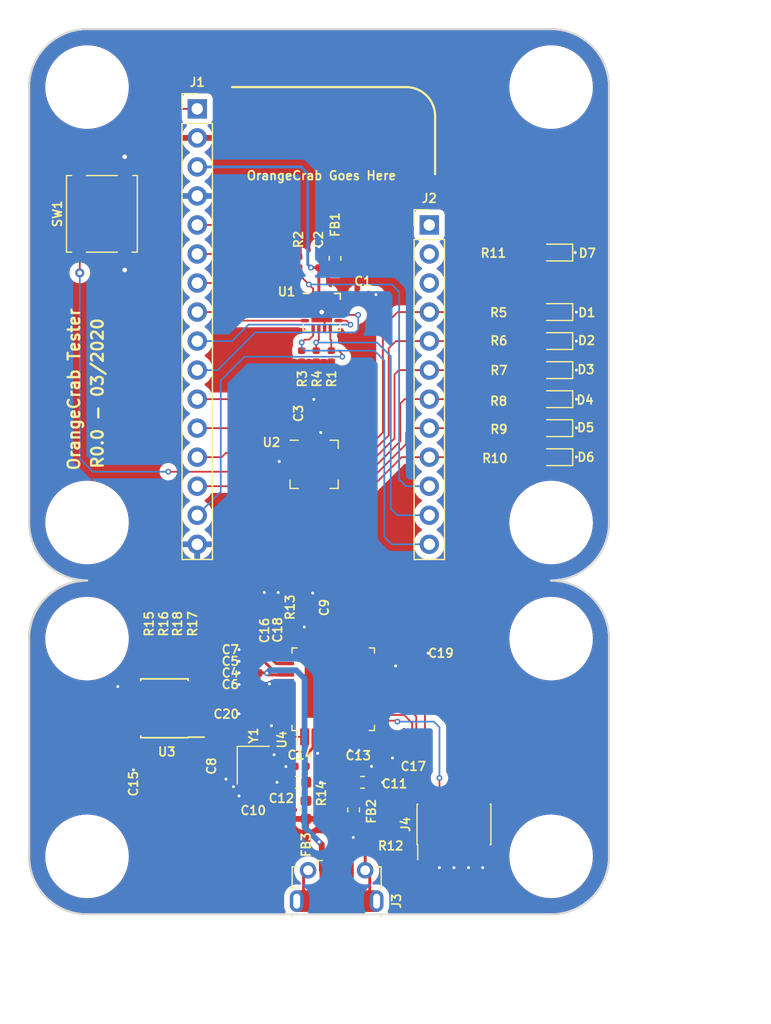
<source format=kicad_pcb>
(kicad_pcb (version 20221018) (generator pcbnew)
  (layers (0 "F.Cu" signal) (31 "B.Cu" signal) (34 "B.Paste" user) (35 "F.Paste" user) (36 "B.SilkS" user "B.Silkscreen") (37 "F.SilkS" user "F.Silkscreen") (38 "B.Mask" user) (39 "F.Mask" user) (44 "Edge.Cuts" user))
  (net 0 "")
  (net 1 "/IO_6")
  (net 2 "Net-(D6-Pad2)")
  (net 3 "Net-(D7-Pad2)")
  (net 4 "+3V3")
  (net 5 "/~{LDAC_IO0}")
  (net 6 "/~{CLR_IO5}")
  (net 7 "/SDA")
  (net 8 "/SCL")
  (net 9 "/IO_13")
  (net 10 "Net-(D1-Pad2)")
  (net 11 "Net-(D2-Pad2)")
  (net 12 "/IO_12")
  (net 13 "/IO_11")
  (net 14 "Net-(D3-Pad2)")
  (net 15 "Net-(D4-Pad2)")
  (net 16 "/IO_10")
  (net 17 "/IO_9")
  (net 18 "Net-(D5-Pad2)")
  (net 19 "/SPI_MISO")
  (net 20 "GND")
  (net 21 "/RESET")
  (net 22 "/SPI_nCS")
  (net 23 "Net-(U2-Pad6)")
  (net 24 "Net-(U2-Pad7)")
  (net 25 "Net-(U2-Pad8)")
  (net 26 "Net-(U2-Pad15)")
  (net 27 "Net-(U2-Pad16)")
  (net 28 "/SPI_SCK")
  (net 29 "/SPI_MOSI")
  (net 30 "/A0")
  (net 31 "/A1")
  (net 32 "/A2")
  (net 33 "/A3")
  (net 34 "/A4")
  (net 35 "/A5")
  (net 36 "Net-(U1-Pad11)")
  (net 37 "Net-(U1-Pad12)")
  (net 38 "/AREF")
  (net 39 "/VBAT")
  (net 40 "/EN")
  (net 41 "/VBUS")
  (net 42 "/EEDATA")
  (net 43 "Net-(R17-Pad1)")
  (net 44 "Net-(J3-Pad6)")
  (net 45 "/EECLK")
  (net 46 "/EECS")
  (net 47 "Net-(R14-Pad2)")
  (net 48 "Net-(C9-Pad1)")
  (net 49 "Net-(U3-Pad6)")
  (net 50 "Net-(U3-Pad7)")
  (net 51 "Net-(C8-Pad1)")
  (net 52 "Net-(C10-Pad1)")
  (net 53 "Net-(C12-Pad1)")
  (net 54 "/USB_D-")
  (net 55 "/USB_D+")
  (net 56 "Net-(C11-Pad1)")
  (net 57 "Net-(U4-Pad17)")
  (net 58 "Net-(U4-Pad19)")
  (net 59 "Net-(U4-Pad20)")
  (net 60 "Net-(U4-Pad21)")
  (net 61 "Net-(U4-Pad25)")
  (net 62 "Net-(U4-Pad26)")
  (net 63 "Net-(U4-Pad27)")
  (net 64 "Net-(U4-Pad28)")
  (net 65 "Net-(U4-Pad29)")
  (net 66 "Net-(U4-Pad30)")
  (net 67 "Net-(U4-Pad31)")
  (net 68 "Net-(U4-Pad32)")
  (net 69 "Net-(U4-Pad33)")
  (net 70 "/VCCA")
  (net 71 "/VCORE")
  (net 72 "+5V")
  (net 73 "Net-(J3-Pad4)")
  (net 74 "/JTAG_TMS")
  (net 75 "/JTAG_TCK")
  (net 76 "/JTAG_TDO")
  (net 77 "/JTAG_TDI")
  (net 78 "/~{FPGA_RST}")
  (net 79 "+3.3VA")
  (net 80 "Net-(C15-Pad1)")
  (net 81 "Net-(J4-Pad1)")
  (footprint "Resistor_SMD:R_0402_1005Metric" (layer "F.Cu") (at 139.804 65.405)
    (fp_text reference "R10")
    (fp_text value "4.7K")
  )
  (footprint "Resistor_SMD:R_0402_1005Metric" (layer "F.Cu") (at 139.804 47.498)
    (fp_text reference "R11")
    (fp_text value "4.7K")
  )
  (footprint "Resistor_SMD:R_0402_1005Metric" (layer "F.Cu") (at 122.9868 56.5682 90)
    (fp_text reference "R1")
    (fp_text value "4.7K")
  )
  (footprint "Resistor_SMD:R_0402_1005Metric" (layer "F.Cu") (at 120.142 48.3362 -90)
    (fp_text reference "R2")
    (fp_text value "4.7K")
  )
  (footprint "Resistor_SMD:R_0402_1005Metric" (layer "F.Cu") (at 120.396 56.5682 90)
    (fp_text reference "R3")
    (fp_text value "4.7K")
  )
  (footprint "Resistor_SMD:R_0402_1005Metric" (layer "F.Cu") (at 121.666 56.5682 90)
    (fp_text reference "R4")
    (fp_text value "4.7K")
  )
  (footprint "Resistor_SMD:R_0402_1005Metric" (layer "F.Cu") (at 139.804 52.705)
    (fp_text reference "R5")
    (fp_text value "4.7K")
  )
  (footprint "Resistor_SMD:R_0402_1005Metric" (layer "F.Cu") (at 139.804 55.245)
    (fp_text reference "R6")
    (fp_text value "4.7K")
  )
  (footprint "Resistor_SMD:R_0402_1005Metric" (layer "F.Cu") (at 139.804 57.785)
    (fp_text reference "R7")
    (fp_text value "4.7K")
  )
  (footprint "Resistor_SMD:R_0402_1005Metric" (layer "F.Cu") (at 139.804 60.325)
    (fp_text reference "R8")
    (fp_text value "4.7K")
  )
  (footprint "Resistor_SMD:R_0402_1005Metric" (layer "F.Cu") (at 139.804 62.865)
    (fp_text reference "R9")
    (fp_text value "4.7K")
  )
  (footprint "Package_DFN_QFN:QFN-20-1EP_4x4mm_P0.5mm_EP2.5x2.5mm" (layer "F.Cu") (at 121.487 66.03)
    (fp_text reference "U2")
    (fp_text value "MCP23S08T-E-ML")
  )
  (footprint "Package_DFN_QFN:QFN-16-1EP_3x3mm_P0.5mm_EP1.8x1.8mm" (layer "F.Cu") (at 122.152 52.705)
    (fp_text reference "U1")
    (fp_text value "DAC53608RTET")
  )
  (footprint "LED_SMD:LED_0603_1608Metric" (layer "F.Cu") (at 142.6465 47.498 180)
    (fp_text reference "D7")
    (fp_text value "GRN")
  )
  (footprint "LED_SMD:LED_0603_1608Metric" (layer "F.Cu") (at 142.6465 52.705 180)
    (fp_text reference "D1")
    (fp_text value "GRN")
  )
  (footprint "LED_SMD:LED_0603_1608Metric" (layer "F.Cu") (at 142.6465 55.245 180)
    (fp_text reference "D2")
    (fp_text value "GRN")
  )
  (footprint "LED_SMD:LED_0603_1608Metric" (layer "F.Cu") (at 142.6465 57.785 180)
    (fp_text reference "D3")
    (fp_text value "GRN")
  )
  (footprint "LED_SMD:LED_0603_1608Metric" (layer "F.Cu") (at 142.6465 60.325 180)
    (fp_text reference "D4")
    (fp_text value "GRN")
  )
  (footprint "LED_SMD:LED_0603_1608Metric" (layer "F.Cu") (at 142.6465 62.865 180)
    (fp_text reference "D5")
    (fp_text value "GRN")
  )
  (footprint "LED_SMD:LED_0603_1608Metric" (layer "F.Cu") (at 142.6465 65.405 180)
    (fp_text reference "D6")
    (fp_text value "GRN")
  )
  (footprint "Inductor_SMD:L_0603_1608Metric" (layer "F.Cu") (at 123.317 48.006 90)
    (fp_text reference "FB1")
    (fp_text value "Ferrite_Bead_Small")
  )
  (footprint "Connector_PinHeader_2.54mm:PinHeader_1x16_P2.54mm_Vertical" (layer "F.Cu") (at 111.252 34.925)
    (fp_text reference "J1")
    (fp_text value "Conn_01x16")
  )
  (footprint "Capacitor_SMD:C_0402_1005Metric" (layer "F.Cu") (at 125.7554 51.181)
    (fp_text reference "C1")
    (fp_text value ".1uF")
  )
  (footprint "Button_Switch_SMD:SW_SPST_EVQP0" (layer "F.Cu") (at 102.902 44.11 90)
    (fp_text reference "SW1")
    (fp_text value "SW_Push")
  )
  (footprint "Connector_PinHeader_2.54mm:PinHeader_1x12_P2.54mm_Vertical" (layer "F.Cu") (at 131.572 45.085)
    (fp_text reference "J2")
    (fp_text value "Conn_01x12")
  )
  (footprint "MountingHole:MountingHole_3.5mm" (layer "F.Cu") (at 142.24 71.12)
    (fp_text reference "H5" hide)
    (fp_text value "MountingHole")
  )
  (footprint "MountingHole:MountingHole_3.5mm" (layer "F.Cu") (at 101.6 71.12)
    (fp_text reference "H6" hide)
    (fp_text value "MountingHole")
  )
  (footprint "MountingHole:MountingHole_3.5mm" (layer "F.Cu") (at 142.24 81.28)
    (fp_text reference "H7" hide)
    (fp_text value "MountingHole")
  )
  (footprint "MountingHole:MountingHole_3.5mm" (layer "F.Cu") (at 101.6 81.28)
    (fp_text reference "H8" hide)
    (fp_text value "MountingHole")
  )
  (footprint "Capacitor_SMD:C_0402_1005Metric" (layer "F.Cu") (at 121.4628 61.5696 90)
    (fp_text reference "C3")
    (fp_text value ".1uF")
  )
  (footprint "Capacitor_SMD:C_0402_1005Metric" (layer "F.Cu") (at 116.182 87.884 180)
    (fp_text reference "C20")
    (fp_text value ".1uF")
  )
  (footprint "Capacitor_SMD:C_0402_1005Metric" (layer "F.Cu") (at 121.92 48.3338 90)
    (fp_text reference "C2")
    (fp_text value ".1uF")
  )
  (footprint "Capacitor_SMD:C_0402_1005Metric" (layer "F.Cu") (at 105.664 91.44 -90)
    (fp_text reference "C15")
    (fp_text value ".1uF")
  )
  (footprint "Capacitor_SMD:C_0402_1005Metric" (layer "F.Cu") (at 118.3386 78.4606 90)
    (fp_text reference "C18")
    (fp_text value ".1uF")
  )
  (footprint "MountingHole:MountingHole_3.5mm" (layer "F.Cu") (at 101.6 33.02)
    (fp_text reference "H1" hide)
    (fp_text value "MountingHole")
  )
  (footprint "MountingHole:MountingHole_3.5mm" (layer "F.Cu") (at 142.24 33.02)
    (fp_text reference "H2" hide)
    (fp_text value "MountingHole")
  )
  (footprint "MountingHole:MountingHole_3.5mm" (layer "F.Cu") (at 101.6 100.33)
    (fp_text reference "H3" hide)
    (fp_text value "MountingHole")
  )
  (footprint "MountingHole:MountingHole_3.5mm" (layer "F.Cu") (at 142.24 100.33)
    (fp_text reference "H4" hide)
    (fp_text value "MountingHole")
  )
  (footprint "Resistor_SMD:R_0402_1005Metric" (layer "F.Cu") (at 109.5502 82.527 90)
    (fp_text reference "R18")
    (fp_text value "4.7K")
  )
  (footprint "Resistor_SMD:R_0402_1005Metric" (layer "F.Cu") (at 110.871 82.527 90)
    (fp_text reference "R17")
    (fp_text value "2.2K")
  )
  (footprint "Resistor_SMD:R_0402_1005Metric" (layer "F.Cu") (at 125.3998 99.4156 180)
    (fp_text reference "R12")
    (fp_text value "1M")
  )
  (footprint "Resistor_SMD:R_0402_1005Metric" (layer "F.Cu") (at 108.331 82.527 90)
    (fp_text reference "R16")
    (fp_text value "4.7K")
  )
  (footprint "Resistor_SMD:R_0402_1005Metric" (layer "F.Cu") (at 107.061 82.527 90)
    (fp_text reference "R15")
    (fp_text value "4.7K")
  )
  (footprint "Resistor_SMD:R_0402_1005Metric" (layer "F.Cu") (at 122.047 92.6592 90)
    (fp_text reference "R14")
    (fp_text value "12K")
  )
  (footprint "Resistor_SMD:R_0402_1005Metric" (layer "F.Cu") (at 120.2944 78.5114 90)
    (fp_text reference "R13")
    (fp_text value "4.7K")
  )
  (footprint "Package_SO:SOIC-8_3.9x4.9mm_P1.27mm" (layer "F.Cu") (at 108.3818 87.376 180)
    (fp_text reference "U3")
    (fp_text value "93C46B/SN ")
  )
  (footprint "Package_QFP:TQFP-48-1EP_7x7mm_P0.5mm_EP5x5mm" (layer "F.Cu") (at 123.158001 85.706199 90)
    (fp_text reference "U4")
    (fp_text value "FT232HL-REEL")
  )
  (footprint "Inductor_SMD:L_0603_1608Metric" (layer "F.Cu") (at 120.777 96.266 -90)
    (fp_text reference "FB3")
    (fp_text value "Ferrite_Bead_Small")
  )
  (footprint "Inductor_SMD:L_0603_1608Metric" (layer "F.Cu") (at 124.9426 96.266 -90)
    (fp_text reference "FB2")
    (fp_text value "Ferrite_Bead_Small")
  )
  (footprint "Crystal:Crystal_SMD_2520-4Pin_2.5x2.0mm" (layer "F.Cu") (at 116.1542 92.3544 -90)
    (fp_text reference "Y1")
    (fp_text value "12MHz")
  )
  (footprint "Connector_USB:USB_Micro-B_Molex-105017-0001" (layer "F.Cu") (at 123.4586 103.0117)
    (fp_text reference "J3")
    (fp_text value "USB_B_Micro")
  )
  (footprint "Capacitor_SMD:C_0603_1608Metric" (layer "F.Cu") (at 120.015 93.853 180)
    (fp_text reference "C12")
    (fp_text value "4.7uF")
  )
  (footprint "Capacitor_SMD:C_0603_1608Metric" (layer "F.Cu") (at 125.73 93.853)
    (fp_text reference "C11")
    (fp_text value "4.7uF")
  )
  (footprint "Capacitor_SMD:C_0402_1005Metric" (layer "F.Cu") (at 116.1772 95.0468 180)
    (fp_text reference "C10")
    (fp_text value "10pF")
  )
  (footprint "Capacitor_SMD:C_0402_1005Metric" (layer "F.Cu") (at 116.1796 83.2612 180)
    (fp_text reference "C5")
    (fp_text value "4.7uF")
  )
  (footprint "Capacitor_SMD:C_0402_1005Metric" (layer "F.Cu") (at 130.175 82.55)
    (fp_text reference "C19")
    (fp_text value ".1uF")
  )
  (footprint "Capacitor_SMD:C_0402_1005Metric" (layer "F.Cu") (at 125.349 92.456)
    (fp_text reference "C13")
    (fp_text value ".1uF")
  )
  (footprint "Capacitor_SMD:C_0402_1005Metric" (layer "F.Cu") (at 120.3198 92.456 180)
    (fp_text reference "C14")
    (fp_text value ".1uF")
  )
  (footprint "Capacitor_SMD:C_0402_1005Metric" (layer "F.Cu") (at 117.1194 78.4606 90)
    (fp_text reference "C16")
    (fp_text value ".1uF")
  )
  (footprint "Capacitor_SMD:C_0402_1005Metric" (layer "F.Cu") (at 127.866 92.456)
    (fp_text reference "C17")
    (fp_text value ".1uF")
  )
  (footprint "Capacitor_SMD:C_0402_1005Metric" (layer "F.Cu") (at 113.7666 92.3314 -90)
    (fp_text reference "C8")
    (fp_text value "10pF")
  )
  (footprint "Capacitor_SMD:C_0402_1005Metric" (layer "F.Cu") (at 116.1796 82.2452 180)
    (fp_text reference "C7")
    (fp_text value ".1uF")
  )
  (footprint "Capacitor_SMD:C_0402_1005Metric" (layer "F.Cu") (at 116.1796 85.2932 180)
    (fp_text reference "C6")
    (fp_text value ".1uF")
  )
  (footprint "Capacitor_SMD:C_0402_1005Metric" (layer "F.Cu") (at 116.1796 84.2772 180)
    (fp_text reference "C4")
    (fp_text value "4.7uF")
  )
  (footprint "Capacitor_SMD:C_0402_1005Metric" (layer "F.Cu") (at 121.3612 78.509 90)
    (fp_text reference "C9")
    (fp_text value "10nF")
  )
  (footprint "Connector_PinHeader_1.27mm:PinHeader_2x05_P1.27mm_Vertical_SMD" (layer "F.Cu") (at 133.731 97.536 90)
    (fp_text reference "J4")
    (fp_text value "JTAG")
  )
  (gr_arc (start 129.54 33.02) (mid 131.336051 33.763949) (end 132.08 35.56) (stroke (width 0.2)) (layer "F.SilkS"))
  (gr_line (start 132.08 40.64) (end 132.08 35.56) (stroke (width 0.2)) (layer "F.SilkS"))
  (gr_line (start 114.3 33.02) (end 129.54 33.02) (stroke (width 0.2)) (layer "F.SilkS"))
  (gr_line (start 101.6 27.94) (end 142.24 27.94) (stroke (width 0.15)) (layer "Edge.Cuts"))
  (gr_arc (start 147.32 100.33) (mid 145.832102 103.922102) (end 142.24 105.41) (stroke (width 0.15)) (layer "Edge.Cuts"))
  (gr_arc (start 101.6 105.41) (mid 98.007898 103.922102) (end 96.52 100.33) (stroke (width 0.15)) (layer "Edge.Cuts"))
  (gr_arc (start 101.6 76.2) (mid 98.007898 74.712102) (end 96.52 71.12) (stroke (width 0.15)) (layer "Edge.Cuts"))
  (gr_line (start 142.24 105.41) (end 101.6 105.41) (stroke (width 0.15)) (layer "Edge.Cuts"))
  (gr_line (start 96.52 71.12) (end 96.52 33.02) (stroke (width 0.15)) (layer "Edge.Cuts"))
  (gr_line (start 147.32 33.02) (end 147.32 71.12) (stroke (width 0.15)) (layer "Edge.Cuts"))
  (gr_arc (start 96.52 81.28) (mid 98.007898 77.687898) (end 101.6 76.2) (stroke (width 0.2)) (layer "Edge.Cuts"))
  (gr_line (start 147.32 100.33) (end 147.32 81.28) (stroke (width 0.15)) (layer "Edge.Cuts"))
  (gr_arc (start 96.52 33.02) (mid 98.007898 29.427898) (end 101.6 27.94) (stroke (width 0.15)) (layer "Edge.Cuts"))
  (gr_arc (start 147.32 71.12) (mid 145.832102 74.712102) (end 142.24 76.2) (stroke (width 0.15)) (layer "Edge.Cuts"))
  (gr_arc (start 142.24 76.2) (mid 145.832102 77.687898) (end 147.32 81.28) (stroke (width 0.15)) (layer "Edge.Cuts"))
  (gr_line (start 96.52 81.28) (end 96.52 100.33) (stroke (width 0.15)) (layer "Edge.Cuts"))
  (gr_arc (start 142.24 27.94) (mid 145.832102 29.427898) (end 147.32 33.02) (stroke (width 0.15)) (layer "Edge.Cuts"))
  (gr_text "R0.0 - 03/2020" (at 102.5144 59.817 90) (layer "F.SilkS") (effects (font (size 1.016 1.016) (thickness 0.2032))))
  (gr_text "OrangeCrab Goes Here" (at 122.1232 40.767) (layer "F.SilkS") (effects (font (size 0.762 0.762) (thickness 0.1524))))
  (gr_text "OrangeCrab Tester" (at 100.457 59.4614 90) (layer "F.SilkS") (effects (font (size 1.016 1.016) (thickness 0.2032))))
  (segment (start 132.774081 65.405) (end 139.319 65.405) (width 0.1524) (layer "F.Cu") (net 1))
  (segment (start 122.4534 69.8754) (end 124.6886 69.8754) (width 0.1524) (layer "F.Cu") (net 1))
  (segment (start 129.159 65.405) (end 131.572 65.405) (width 0.1524) (layer "F.Cu") (net 1))
  (segment (start 121.987 67.9675) (end 121.987 69.409) (width 0.1524) (layer "F.Cu") (net 1))
  (segment (start 121.987 69.409) (end 122.4534 69.8754) (width 0.1524) (layer "F.Cu") (net 1))
  (segment (start 124.6886 69.8754) (end 129.159 65.405) (width 0.1524) (layer "F.Cu") (net 1))
  (segment (start 131.572 65.405) (end 132.774081 65.405) (width 0.1524) (layer "F.Cu") (net 1))
  (segment (start 140.289 65.405) (end 140.684 65.405) (width 0.1524) (layer "F.Cu") (net 2))
  (segment (start 140.684 65.405) (end 141.859 65.405) (width 0.1524) (layer "F.Cu") (net 2))
  (segment (start 140.289 47.498) (end 140.684 47.498) (width 0.1524) (layer "F.Cu") (net 3))
  (segment (start 140.684 47.498) (end 141.859 47.498) (width 0.1524) (layer "F.Cu") (net 3))
  (segment (start 121.4628 62.4496) (end 121.4628 62.0546) (width 0.254) (layer "F.Cu") (net 4))
  (segment (start 125.2704 51.181) (end 122.951 51.181) (width 0.254) (layer "F.Cu") (net 4))
  (segment (start 122.951 51.181) (end 122.902 51.23) (width 0.254) (layer "F.Cu") (net 4))
  (segment (start 121.487 62.4738) (end 121.4628 62.4496) (width 0.254) (layer "F.Cu") (net 4))
  (segment (start 121.487 64.0925) (end 121.487 62.4738) (width 0.254) (layer "F.Cu") (net 4))
  (segment (start 122.902 55.084) (end 122.9868 55.1688) (width 0.1524) (layer "F.Cu") (net 5))
  (segment (start 122.902 54.18) (end 122.902 55.084) (width 0.1524) (layer "F.Cu") (net 5))
  (segment (start 122.9868 56.0832) (end 123.6472 56.0832) (width 0.1524) (layer "F.Cu") (net 5))
  (segment (start 123.6472 56.0832) (end 123.952 56.388) (width 0.1524) (layer "F.Cu") (net 5))
  (segment (start 123.952 56.388) (end 123.952 56.6134) (width 0.1524) (layer "F.Cu") (net 5))
  (segment (start 122.9868 55.1688) (end 122.9868 56.0832) (width 0.1524) (layer "F.Cu") (net 5))
  (via (at 123.952 56.6134) (size 0.508) (drill 0.254) (layers "F.Cu" "B.Cu") (net 5))
  (segment (start 113.3094 68.4276) (end 111.252 70.485) (width 0.1524) (layer "B.Cu") (net 5))
  (segment (start 123.952 56.6134) (end 115.3954 56.6134) (width 0.1524) (layer "B.Cu") (net 5))
  (segment (start 115.3954 56.6134) (end 113.3094 58.6994) (width 0.1524) (layer "B.Cu") (net 5))
  (segment (start 113.3094 58.6994) (end 113.3094 68.4276) (width 0.1524) (layer "B.Cu") (net 5))
  (segment (start 120.142 49.403) (end 120.142 48.8212) (width 0.1524) (layer "F.Cu") (net 6))
  (segment (start 121.402 50.663) (end 121.031 50.292) (width 0.1524) (layer "F.Cu") (net 6))
  (segment (start 121.031 50.292) (end 120.142 49.403) (width 0.1524) (layer "F.Cu") (net 6))
  (segment (start 121.402 51.23) (end 121.402 50.663) (width 0.1524) (layer "F.Cu") (net 6))
  (via (at 121.031 50.292) (size 0.508) (drill 0.254) (layers "F.Cu" "B.Cu") (net 6))
  (segment (start 121.031 50.292) (end 128.2954 50.292) (width 0.1524) (layer "B.Cu") (net 6))
  (segment (start 128.9304 50.927) (end 128.9304 67.3354) (width 0.1524) (layer "B.Cu") (net 6))
  (segment (start 129.54 67.945) (end 131.572 67.945) (width 0.1524) (layer "B.Cu") (net 6))
  (segment (start 128.9304 67.3354) (end 129.54 67.945) (width 0.1524) (layer "B.Cu") (net 6))
  (segment (start 128.2954 50.292) (end 128.9304 50.927) (width 0.1524) (layer "B.Cu") (net 6))
  (segment (start 120.396 55.372) (end 120.396 56.0832) (width 0.1524) (layer "F.Cu") (net 7))
  (segment (start 120.65 55.118) (end 120.396 55.372) (width 0.1524) (layer "F.Cu") (net 7))
  (segment (start 120.396 55.372) (end 120.396 55.372) (width 0.1524) (layer "F.Cu") (net 7))
  (segment (start 121.402 54.18) (end 121.402 54.7724) (width 0.1524) (layer "F.Cu") (net 7))
  (segment (start 121.0564 55.118) (end 120.65 55.118) (width 0.1524) (layer "F.Cu") (net 7))
  (segment (start 121.402 54.7724) (end 121.0564 55.118) (width 0.1524) (layer "F.Cu") (net 7))
  (via (at 120.396 55.372) (size 0.508) (drill 0.254) (layers "F.Cu" "B.Cu") (net 7))
  (segment (start 120.65 56.0832) (end 120.396 55.8292) (width 0.1524) (layer "B.Cu") (net 7))
  (segment (start 126.7714 56.0832) (end 120.65 56.0832) (width 0.1524) (layer "B.Cu") (net 7))
  (segment (start 131.572 73.025) (end 128.2954 73.025) (width 0.1524) (layer "B.Cu") (net 7))
  (segment (start 128.2954 73.025) (end 127.635 72.3646) (width 0.1524) (layer "B.Cu") (net 7))
  (segment (start 120.396 55.8292) (end 120.396 55.372) (width 0.1524) (layer "B.Cu") (net 7))
  (segment (start 127.635 72.3646) (end 127.635 56.9468) (width 0.1524) (layer "B.Cu") (net 7))
  (segment (start 127.635 56.9468) (end 126.7714 56.0832) (width 0.1524) (layer "B.Cu") (net 7))
  (segment (start 121.666 56.0832) (end 121.666 55.372) (width 0.1524) (layer "F.Cu") (net 8))
  (segment (start 121.902 55.136) (end 121.902 54.18) (width 0.1524) (layer "F.Cu") (net 8))
  (segment (start 121.666 55.372) (end 121.902 55.136) (width 0.1524) (layer "F.Cu") (net 8))
  (via (at 121.666 55.372) (size 0.508) (drill 0.254) (layers "F.Cu" "B.Cu") (net 8))
  (segment (start 127 55.372) (end 128.1938 56.5658) (width 0.1524) (layer "B.Cu") (net 8))
  (segment (start 128.1938 56.5658) (end 128.1938 69.9008) (width 0.1524) (layer "B.Cu") (net 8))
  (segment (start 128.778 70.485) (end 131.572 70.485) (width 0.1524) (layer "B.Cu") (net 8))
  (segment (start 128.1938 69.9008) (end 128.778 70.485) (width 0.1524) (layer "B.Cu") (net 8))
  (segment (start 121.666 55.372) (end 127 55.372) (width 0.1524) (layer "B.Cu") (net 8))
  (segment (start 125.222 65.532) (end 127.508 63.246) (width 0.1524) (layer "F.Cu") (net 9))
  (segment (start 127.508 54.0004) (end 128.8034 52.705) (width 0.1524) (layer "F.Cu") (net 9))
  (segment (start 131.572 52.705) (end 132.774081 52.705) (width 0.1524) (layer "F.Cu") (net 9))
  (segment (start 128.8034 52.705) (end 131.572 52.705) (width 0.1524) (layer "F.Cu") (net 9))
  (segment (start 123.4245 65.53) (end 123.937 65.53) (width 0.1524) (layer "F.Cu") (net 9))
  (segment (start 132.774081 52.705) (end 139.319 52.705) (width 0.1524) (layer "F.Cu") (net 9))
  (segment (start 123.937 65.53) (end 123.939 65.532) (width 0.1524) (layer "F.Cu") (net 9))
  (segment (start 123.939 65.532) (end 125.222 65.532) (width 0.1524) (layer "F.Cu") (net 9))
  (segment (start 127.508 63.246) (end 127.508 54.0004) (width 0.1524) (layer "F.Cu") (net 9))
  (segment (start 140.289 52.705) (end 141.859 52.705) (width 0.1524) (layer "F.Cu") (net 10))
  (segment (start 140.684 55.245) (end 141.859 55.245) (width 0.1524) (layer "F.Cu") (net 11))
  (segment (start 140.289 55.245) (end 140.684 55.245) (width 0.1524) (layer "F.Cu") (net 11))
  (segment (start 128.016 55.88) (end 128.016 63.5) (width 0.1524) (layer "F.Cu") (net 12))
  (segment (start 125.486 66.03) (end 123.4245 66.03) (width 0.1524) (layer "F.Cu") (net 12))
  (segment (start 128.016 63.5) (end 125.486 66.03) (width 0.1524) (layer "F.Cu") (net 12))
  (segment (start 131.572 55.245) (end 128.651 55.245) (width 0.1524) (layer "F.Cu") (net 12))
  (segment (start 131.572 55.245) (end 132.774081 55.245) (width 0.1524) (layer "F.Cu") (net 12))
  (segment (start 128.651 55.245) (end 128.016 55.88) (width 0.1524) (layer "F.Cu") (net 12))
  (segment (start 132.774081 55.245) (end 139.319 55.245) (width 0.1524) (layer "F.Cu") (net 12))
  (segment (start 128.524 58.166) (end 128.905 57.785) (width 0.1524) (layer "F.Cu") (net 13))
  (segment (start 123.4245 66.53) (end 125.748 66.53) (width 0.1524) (layer "F.Cu") (net 13))
  (segment (start 128.524 63.754) (end 128.524 58.166) (width 0.1524) (layer "F.Cu") (net 13))
  (segment (start 131.572 57.785) (end 132.774081 57.785) (width 0.1524) (layer "F.Cu") (net 13))
  (segment (start 125.748 66.53) (end 128.524 63.754) (width 0.1524) (layer "F.Cu") (net 13))
  (segment (start 128.905 57.785) (end 131.572 57.785) (width 0.1524) (layer "F.Cu") (net 13))
  (segment (start 132.774081 57.785) (end 139.319 57.785) (width 0.1524) (layer "F.Cu") (net 13))
  (segment (start 140.684 57.785) (end 141.859 57.785) (width 0.1524) (layer "F.Cu") (net 14))
  (segment (start 140.289 57.785) (end 140.684 57.785) (width 0.1524) (layer "F.Cu") (net 14))
  (segment (start 140.289 60.325) (end 140.684 60.325) (width 0.1524) (layer "F.Cu") (net 15))
  (segment (start 140.684 60.325) (end 141.859 60.325) (width 0.1524) (layer "F.Cu") (net 15))
  (segment (start 129.032 64.008) (end 129.032 60.706) (width 0.1524) (layer "F.Cu") (net 16))
  (segment (start 129.413 60.325) (end 131.572 60.325) (width 0.1524) (layer "F.Cu") (net 16))
  (segment (start 123.4245 67.03) (end 126.01 67.03) (width 0.1524) (layer "F.Cu") (net 16))
  (segment (start 132.774081 60.325) (end 139.319 60.325) (width 0.1524) (layer "F.Cu") (net 16))
  (segment (start 131.572 60.325) (end 132.774081 60.325) (width 0.1524) (layer "F.Cu") (net 16))
  (segment (start 126.01 67.03) (end 129.032 64.008) (width 0.1524) (layer "F.Cu") (net 16))
  (segment (start 129.032 60.706) (end 129.413 60.325) (width 0.1524) (layer "F.Cu") (net 16))
  (segment (start 131.572 62.865) (end 129.921 62.865) (width 0.1524) (layer "F.Cu") (net 17))
  (segment (start 122.936 69.342) (end 122.487 68.893) (width 0.1524) (layer "F.Cu") (net 17))
  (segment (start 122.487 68.893) (end 122.487 68.48) (width 0.1524) (layer "F.Cu") (net 17))
  (segment (start 122.487 68.48) (end 122.487 67.9675) (width 0.1524) (layer "F.Cu") (net 17))
  (segment (start 129.54 63.246) (end 129.54 64.262) (width 0.1524) (layer "F.Cu") (net 17))
  (segment (start 131.572 62.865) (end 139.319 62.865) (width 0.1524) (layer "F.Cu") (net 17))
  (segment (start 129.54 64.262) (end 124.46 69.342) (width 0.1524) (layer "F.Cu") (net 17))
  (segment (start 129.921 62.865) (end 129.54 63.246) (width 0.1524) (layer "F.Cu") (net 17))
  (segment (start 124.46 69.342) (end 122.936 69.342) (width 0.1524) (layer "F.Cu") (net 17))
  (segment (start 140.289 62.865) (end 140.684 62.865) (width 0.1524) (layer "F.Cu") (net 18))
  (segment (start 140.684 62.865) (end 141.859 62.865) (width 0.1524) (layer "F.Cu") (net 18))
  (segment (start 113.3856 65.405) (end 111.252 65.405) (width 0.1524) (layer "F.Cu") (net 19))
  (segment (start 113.7606 65.03) (end 113.3856 65.405) (width 0.1524) (layer "F.Cu") (net 19))
  (segment (start 119.5495 65.03) (end 113.7606 65.03) (width 0.1524) (layer "F.Cu") (net 19))
  (segment (start 122.152 52.705) (end 122.152 52.705) (width 0.1524) (layer "F.Cu") (net 20))
  (segment (start 121.92 46.99) (end 121.92 46.99) (width 0.1524) (layer "F.Cu") (net 20))
  (segment (start 121.908001 91.197999) (end 121.793 91.313) (width 0.254) (layer "F.Cu") (net 20))
  (segment (start 120.908001 81.543699) (end 120.908001 80.547403) (width 0.254) (layer "F.Cu") (net 20))
  (segment (start 114.935 87.884) (end 114.9096 87.8586) (width 0.254) (layer "F.Cu") (net 20))
  (segment (start 128.351 92.456) (end 128.351 91.7242) (width 0.254) (layer "F.Cu") (net 20))
  (segment (start 121.987 63.32701) (end 122.06801 63.246) (width 0.1524) (layer "F.Cu") (net 20))
  (segment (start 115.6946 82.2452) (end 114.9096 82.2452) (width 0.254) (layer "F.Cu") (net 20))
  (segment (start 115.697 87.884) (end 114.935 87.884) (width 0.254) (layer "F.Cu") (net 20))
  (segment (start 121.4628 61.0846) (end 121.4628 60.3504) (width 0.1524) (layer "F.Cu") (net 20))
  (segment (start 118.6842 66.03) (end 118.436 65.7818) (width 0.1524) (layer "F.Cu") (net 20))
  (segment (start 122.402 54.18) (end 122.402 52.955) (width 0.1524) (layer "F.Cu") (net 20))
  (segment (start 143.434 55.245) (end 144.4498 55.245) (width 0.254) (layer "F.Cu") (net 20))
  (segment (start 124.908001 89.868699) (end 124.908001 90.763399) (width 0.254) (layer "F.Cu") (net 20))
  (segment (start 117.1194 77.9756) (end 117.1194 77.2414) (width 0.254) (layer "F.Cu") (net 20))
  (segment (start 104.902 46.99) (end 104.902 49.022) (width 0.1524) (layer "F.Cu") (net 20))
  (segment (start 143.434 57.785) (end 144.4498 57.785) (width 0.1524) (layer "F.Cu") (net 20))
  (segment (start 144.4244 62.865) (end 144.4498 62.8396) (width 0.254) (layer "F.Cu") (net 20))
  (segment (start 126.2404 51.181) (end 126.8984 51.181) (width 0.1524) (layer "F.Cu") (net 20))
  (segment (start 136.271 101.2952) (end 136.2456 101.3206) (width 0.254) (layer "F.Cu") (net 20))
  (segment (start 115.6946 84.2772) (end 114.9096 84.2772) (width 0.254) (layer "F.Cu") (net 20))
  (segment (start 104.902 41.23) (end 104.902 39.116) (width 0.1524) (layer "F.Cu") (net 20))
  (segment (start 118.995501 85.456199) (end 117.790395 85.456199) (width 0.1524) (layer "F.Cu") (net 20))
  (segment (start 121.987 64.0925) (end 121.987 63.32701) (width 0.1524) (layer "F.Cu") (net 20))
  (segment (start 132.461 99.486) (end 132.461 101.3206) (width 0.254) (layer "F.Cu") (net 20))
  (segment (start 124.9148 99.4156) (end 124.9148 100.2816) (width 0.254) (layer "F.Cu") (net 20))
  (segment (start 105.664 91.925) (end 105.664 92.7608) (width 0.254) (layer "F.Cu") (net 20))
  (segment (start 136.271 99.486) (end 136.271 101.2952) (width 0.254) (layer "F.Cu") (net 20))
  (segment (start 118.436 65.7818) (end 118.6878 65.53) (width 0.1524) (layer "F.Cu") (net 20))
  (segment (start 143.434 47.498) (end 144.3482 47.498) (width 0.254) (layer "F.Cu") (net 20))
  (segment (start 113.7666 92.8164) (end 113.7666 93.5736) (width 0.254) (layer "F.Cu") (net 20))
  (segment (start 117.5766 85.140074) (end 117.760475 84.956199) (width 0.1524) (layer "F.Cu") (net 20))
  (segment (start 119.8348 92.456) (end 119.029818 92.456) (width 0.1524) (layer "F.Cu") (net 20))
  (segment (start 143.434 65.405) (end 144.4244 65.405) (width 0.254) (layer "F.Cu") (net 20))
  (segment (start 117.987001 87.956199) (end 117.7544 88.1888) (width 0.254) (layer "F.Cu") (net 20))
  (segment (start 122.402 52.455) (end 122.152 52.705) (width 0.1524) (layer "F.Cu") (net 20))
  (segment (start 124.9148 99.4156) (end 124.9148 98.6814) (width 0.254) (layer "F.Cu") (net 20))
  (segment (start 119.5495 66.03) (end 118.6842 66.03) (width 0.1524) (layer "F.Cu") (net 20))
  (segment (start 115.4316 93.2294) (end 114.427 94.234) (width 0.254) (layer "F.Cu") (net 20))
  (segment (start 128.337001 83.956199) (end 128.6256 83.6676) (width 0.1524) (layer "F.Cu") (net 20))
  (segment (start 144.4244 65.405) (end 144.4498 65.3796) (width 0.254) (layer "F.Cu") (net 20))
  (segment (start 143.434 52.705) (end 144.4498 52.705) (width 0.254) (layer "F.Cu") (net 20))
  (segment (start 124.908001 90.763399) (end 124.6124 91.059) (width 0.254) (layer "F.Cu") (net 20))
  (segment (start 120.408001 80.480597) (end 120.624598 80.264) (width 0.254) (layer "F.Cu") (net 20))
  (segment (start 128.414199 83.456199) (end 128.6256 83.6676) (width 0.1524) (layer "F.Cu") (net 20))
  (segment (start 105.6818 85.471) (end 104.2924 85.471) (width 0.254) (layer "F.Cu") (net 20))
  (segment (start 117.790395 85.456199) (end 117.5766 85.242404) (width 0.1524) (layer "F.Cu") (net 20))
  (segment (start 124.7586 100.4378) (end 124.7586 101.5492) (width 0.254) (layer "F.Cu") (net 20))
  (segment (start 115.6946 83.2612) (end 114.9096 83.2612) (width 0.254) (layer "F.Cu") (net 20))
  (segment (start 122.402 51.23) (end 122.402 52.455) (width 0.1524) (layer "F.Cu") (net 20))
  (segment (start 115.6922 95.0468) (end 114.9096 95.0468) (width 0.254) (layer "F.Cu") (net 20))
  (segment (start 117.7544 88.1888) (end 117.7544 88.9) (width 0.254) (layer "F.Cu") (net 20))
  (segment (start 118.995501 84.956199) (end 117.760475 84.956199) (width 0.1524) (layer "F.Cu") (net 20))
  (segment (start 122.402 52.955) (end 122.152 52.705) (width 0.1524) (layer "F.Cu") (net 20))
  (segment (start 125.408001 91.050799) (end 125.3998 91.059) (width 0.254) (layer "F.Cu") (net 20))
  (segment (start 115.6946 85.2932) (end 114.9096 85.2932) (width 0.254) (layer "F.Cu") (net 20))
  (segment (start 133.731 99.486) (end 133.731 101.3206) (width 0.254) (layer "F.Cu") (net 20))
  (segment (start 127.320501 83.956199) (end 128.337001 83.956199) (width 0.1524) (layer "F.Cu") (net 20))
  (segment (start 143.434 62.865) (end 144.4244 62.865) (width 0.254) (layer "F.Cu") (net 20))
  (segment (start 130.66 82.55) (end 131.4704 82.55) (width 0.1524) (layer "F.Cu") (net 20))
  (segment (start 124.9148 100.2816) (end 124.7586 100.4378) (width 0.254) (layer "F.Cu") (net 20))
  (segment (start 119.2275 93.853) (end 118.237 93.853) (width 0.1524) (layer "F.Cu") (net 20))
  (segment (start 118.995501 87.956199) (end 117.987001 87.956199) (width 0.254) (layer "F.Cu") (net 20))
  (segment (start 121.3612 78.024) (end 121.3612 77.2922) (width 0.254) (layer "F.Cu") (net 20))
  (segment (start 118.6878 65.53) (end 119.5495 65.53) (width 0.1524) (layer "F.Cu") (net 20))
  (segment (start 118.995501 88.456199) (end 118.198201 88.456199) (width 0.254) (layer "F.Cu") (net 20))
  (segment (start 135.001 99.486) (end 135.001 101.3206) (width 0.254) (layer "F.Cu") (net 20))
  (segment (start 122.047 93.1442) (end 122.047 93.853) (width 0.254) (layer "F.Cu") (net 20))
  (segment (start 120.408001 81.543699) (end 120.408001 80.480597) (width 0.254) (layer "F.Cu") (net 20))
  (segment (start 125.408001 89.868699) (end 125.408001 91.050799) (width 0.254) (layer "F.Cu") (net 20))
  (segment (start 126.5175 93.853) (end 127.4826 93.853) (width 0.254) (layer "F.Cu") (net 20))
  (segment (start 118.198201 88.456199) (end 117.7544 88.9) (width 0.254) (layer "F.Cu") (net 20))
  (segment (start 118.3386 77.9756) (end 118.3386 77.2414) (width 0.254) (layer "F.Cu") (net 20))
  (segment (start 125.834 92.456) (end 126.5174 92.456) (width 0.254) (layer "F.Cu") (net 20))
  (segment (start 124.9148 98.6814) (end 124.9172 98.679) (width 0.254) (layer "F.Cu") (net 20))
  (segment (start 120.908001 80.547403) (end 120.624598 80.264) (width 0.254) (layer "F.Cu") (net 20))
  (segment (start 124.408001 89.868699) (end 124.408001 90.854601) (width 0.254) (layer "F.Cu") (net 20))
  (segment (start 115.4542 93.2294) (end 115.4316 93.2294) (width 0.254) (layer "F.Cu") (net 20))
  (segment (start 121.908001 89.868699) (end 121.908001 91.197999) (width 0.254) (layer "F.Cu") (net 20))
  (segment (start 143.434 60.325) (end 144.4498 60.325) (width 0.254) (layer "F.Cu") (net 20))
  (segment (start 128.351 91.7242) (end 128.3462 91.7194) (width 0.254) (layer "F.Cu") (net 20))
  (segment (start 118.6878 65.53) (end 118.436 65.7818) (width 0.1524) (layer "F.Cu") (net 20))
  (segment (start 117.5766 85.242404) (end 117.5766 85.140074) (width 0.1524) (layer "F.Cu") (net 20))
  (segment (start 116.8542 91.4794) (end 117.9436 91.4794) (width 0.254) (layer "F.Cu") (net 20))
  (segment (start 121.92 47.8488) (end 121.92 46.99) (width 0.254) (layer "F.Cu") (net 20))
  (segment (start 127.320501 83.456199) (end 128.414199 83.456199) (width 0.1524) (layer "F.Cu") (net 20))
  (segment (start 117.760475 84.956199) (end 117.679465 85.037209) (width 0.1524) (layer "F.Cu") (net 20))
  (segment (start 117.9436 91.4794) (end 117.983 91.44) (width 0.254) (layer "F.Cu") (net 20))
  (segment (start 119.029818 92.456) (end 119.014409 92.471409) (width 0.1524) (layer "F.Cu") (net 20))
  (segment (start 124.408001 90.854601) (end 124.6124 91.059) (width 0.254) (layer "F.Cu") (net 20))
  (via (at 144.4498 60.325) (size 0.508) (drill 0.254) (layers "F.Cu" "B.Cu") (net 20))
  (via (at 121.3612 77.2922) (size 0.508) (drill 0.254) (layers "F.Cu" "B.Cu") (net 20))
  (via (at 114.9096 87.8586) (size 0.508) (drill 0.254) (layers "F.Cu" "B.Cu") (net 20))
  (via (at 144.4498 55.245) (size 0.508) (drill 0.254) (layers "F.Cu" "B.Cu") (net 20))
  (via (at 119.014409 92.471409) (size 0.508) (drill 0.254) (layers "F.Cu" "B.Cu") (net 20))
  (via (at 132.461 101.3206) (size 0.508) (drill 0.254) (layers "F.Cu" "B.Cu") (net 20))
  (via (at 126.8984 51.181) (size 0.508) (drill 0.254) (layers "F.Cu" "B.Cu") (net 20))
  (via (at 122.06801 63.246) (size 0.508) (drill 0.254) (layers "F.Cu" "B.Cu") (net 20))
  (via (at 114.9096 82.2452) (size 0.508) (drill 0.254) (layers "F.Cu" "B.Cu") (net 20))
  (via (at 135.001 101.3206) (size 0.508) (drill 0.254) (layers "F.Cu" "B.Cu") (net 20))
  (via (at 122.047 93.853) (size 0.508) (drill 0.254) (layers "F.Cu" "B.Cu") (net 20))
  (via (at 144.4498 62.8396) (size 0.508) (drill 0.254) (layers "F.Cu" "B.Cu") (net 20))
  (via (at 144.4498 57.785) (size 0.508) (drill 0.254) (layers "F.Cu" "B.Cu") (net 20))
  (via (at 126.5174 92.456) (size 0.508) (drill 0.254) (layers "F.Cu" "B.Cu") (net 20))
  (via (at 113.7666 93.5736) (size 0.508) (drill 0.254) (layers "F.Cu" "B.Cu") (net 20))
  (via (at 133.731 101.3206) (size 0.508) (drill 0.254) (layers "F.Cu" "B.Cu") (net 20))
  (via (at 104.2924 85.471) (size 0.508) (drill 0.254) (layers "F.Cu" "B.Cu") (net 20))
  (via (at 114.427 94.234) (size 0.508) (drill 0.254) (layers "F.Cu" "B.Cu") (net 20))
  (via (at 117.983 91.44) (size 0.508) (drill 0.254) (layers "F.Cu" "B.Cu") (net 20))
  (via (at 121.4628 60.3504) (size 0.508) (drill 0.254) (layers "F.Cu" "B.Cu") (net 20))
  (via (at 128.6256 83.6676) (size 0.508) (drill 0.254) (layers "F.Cu" "B.Cu") (net 20))
  (via (at 114.9096 85.2932) (size 0.508) (drill 0.254) (layers "F.Cu" "B.Cu") (net 20))
  (via (at 117.1194 77.2414) (size 0.508) (drill 0.254) (layers "F.Cu" "B.Cu") (net 20))
  (via (at 104.902 39.116) (size 0.8) (drill 0.4) (layers "F.Cu" "B.Cu") (net 20))
  (via (at 127.4826 93.853) (size 0.508) (drill 0.254) (layers "F.Cu" "B.Cu") (net 20))
  (via (at 144.4498 52.705) (size 0.508) (drill 0.254) (layers "F.Cu" "B.Cu") (net 20))
  (via (at 136.2456 101.3206) (size 0.508) (drill 0.254) (layers "F.Cu" "B.Cu") (net 20))
  (via (at 124.9172 98.679) (size 0.508) (drill 0.254) (layers "F.Cu" "B.Cu") (net 20))
  (via (at 104.902 49.022) (size 0.8) (drill 0.4) (layers "F.Cu" "B.Cu") (net 20))
  (via (at 128.3462 91.7194) (size 0.508) (drill 0.254) (layers "F.Cu" "B.Cu") (net 20))
  (via (at 117.5766 85.242404) (size 0.508) (drill 0.254) (layers "F.Cu" "B.Cu") (net 20))
  (via (at 117.7544 88.9) (size 0.508) (drill 0.254) (layers "F.Cu" "B.Cu") (net 20))
  (via (at 121.793 91.313) (size 0.508) (drill 0.254) (layers "F.Cu" "B.Cu") (net 20))
  (via (at 122.152 52.705) (size 0.8) (drill 0.4) (layers "F.Cu" "B.Cu") (net 20))
  (via (at 125.3998 91.059) (size 0.508) (drill 0.254) (layers "F.Cu" "B.Cu") (net 20))
  (via (at 144.4498 65.3796) (size 0.508) (drill 0.254) (layers "F.Cu" "B.Cu") (net 20))
  (via (at 120.624598 80.264) (size 0.508) (drill 0.254) (layers "F.Cu" "B.Cu") (net 20))
  (via (at 118.436 65.7818) (size 0.508) (drill 0.254) (layers "F.Cu" "B.Cu") (net 20))
  (via (at 124.6124 91.059) (size 0.508) (drill 0.254) (layers "F.Cu" "B.Cu") (net 20))
  (via (at 131.4704 82.55) (size 0.508) (drill 0.254) (layers "F.Cu" "B.Cu") (net 20))
  (via (at 105.664 92.7608) (size 0.508) (drill 0.254) (layers "F.Cu" "B.Cu") (net 20))
  (via (at 118.237 93.853) (size 0.508) (drill 0.254) (layers "F.Cu" "B.Cu") (net 20))
  (via (at 118.3386 77.2414) (size 0.508) (drill 0.254) (layers "F.Cu" "B.Cu") (net 20))
  (via (at 144.3482 47.498) (size 0.508) (drill 0.254) (layers "F.Cu" "B.Cu") (net 20))
  (via (at 114.9096 83.2612) (size 0.508) (drill 0.254) (layers "F.Cu" "B.Cu") (net 20))
  (via (at 114.9096 84.2772) (size 0.508) (drill 0.254) (layers "F.Cu" "B.Cu") (net 20))
  (via (at 114.9096 95.0468) (size 0.508) (drill 0.254) (layers "F.Cu" "B.Cu") (net 20))
  (via (at 121.92 46.99) (size 0.508) (drill 0.254) (layers "F.Cu" "B.Cu") (net 20))
  (segment (start 100.902 38.798) (end 101.6 38.1) (width 0.1524) (layer "F.Cu") (net 21))
  (segment (start 100.965 47.053) (end 100.902 46.99) (width 0.1524) (layer "F.Cu") (net 21))
  (segment (start 108.585 34.925) (end 111.252 34.925) (width 0.1524) (layer "F.Cu") (net 21))
  (segment (start 100.965 49.276) (end 100.965 47.053) (width 0.1524) (layer "F.Cu") (net 21))
  (segment (start 119.5495 66.53) (end 115.461 66.53) (width 0.1524) (layer "F.Cu") (net 21))
  (segment (start 100.902 41.23) (end 100.902 42.7574) (width 0.1524) (layer "F.Cu") (net 21))
  (segment (start 101.6 38.1) (end 105.41 38.1) (width 0.1524) (layer "F.Cu") (net 21))
  (segment (start 115.316 66.675) (end 108.712 66.675) (width 0.1524) (layer "F.Cu") (net 21))
  (segment (start 100.902 42.7574) (end 100.902 46.99) (width 0.1524) (layer "F.Cu") (net 21))
  (segment (start 100.902 41.23) (end 100.902 38.798) (width 0.1524) (layer "F.Cu") (net 21))
  (segment (start 115.461 66.53) (end 115.316 66.675) (width 0.1524) (layer "F.Cu") (net 21))
  (segment (start 105.41 38.1) (end 108.585 34.925) (width 0.1524) (layer "F.Cu") (net 21))
  (via (at 100.965 49.276) (size 0.8) (drill 0.4) (layers "F.Cu" "B.Cu") (net 21))
  (via (at 108.712 66.675) (size 0.508) (drill 0.254) (layers "F.Cu" "B.Cu") (net 21))
  (segment (start 108.712 66.675) (end 102.108 66.675) (width 0.1524) (layer "B.Cu") (net 21))
  (segment (start 100.965 65.532) (end 100.965 49.276) (width 0.1524) (layer "B.Cu") (net 21))
  (segment (start 108.712 66.675) (end 108.712 66.675) (width 0.1524) (layer "B.Cu") (net 21))
  (segment (start 102.108 66.675) (end 100.965 65.532) (width 0.1524) (layer "B.Cu") (net 21))
  (segment (start 119.5495 67.03) (end 119.5489 67.0306) (width 0.1524) (layer "F.Cu") (net 22))
  (segment (start 115.6716 67.0306) (end 114.7572 67.945) (width 0.1524) (layer "F.Cu") (net 22))
  (segment (start 119.5489 67.0306) (end 115.6716 67.0306) (width 0.1524) (layer "F.Cu") (net 22))
  (segment (start 114.7572 67.945) (end 111.252 67.945) (width 0.1524) (layer "F.Cu") (net 22))
  (segment (start 120.983993 63.576993) (end 120.983993 63.249793) (width 0.1524) (layer "F.Cu") (net 28))
  (segment (start 112.454081 60.325) (end 111.252 60.325) (width 0.1524) (layer "F.Cu") (net 28))
  (segment (start 120.987 64.0925) (end 120.987 63.58) (width 0.1524) (layer "F.Cu") (net 28))
  (segment (start 118.0592 60.325) (end 112.454081 60.325) (width 0.1524) (layer "F.Cu") (net 28))
  (segment (start 120.983993 63.249793) (end 118.0592 60.325) (width 0.1524) (layer "F.Cu") (net 28))
  (segment (start 120.987 63.58) (end 120.983993 63.576993) (width 0.1524) (layer "F.Cu") (net 28))
  (segment (start 120.015 62.865) (end 111.252 62.865) (width 0.1524) (layer "F.Cu") (net 29))
  (segment (start 120.487 63.337) (end 120.015 62.865) (width 0.1524) (layer "F.Cu") (net 29))
  (segment (start 120.487 64.0925) (end 120.487 63.337) (width 0.1524) (layer "F.Cu") (net 29))
  (segment (start 116.586 45.466) (end 116.205 45.085) (width 0.1524) (layer "F.Cu") (net 30))
  (segment (start 116.586 51.562) (end 116.586 45.466) (width 0.1524) (layer "F.Cu") (net 30))
  (segment (start 116.205 45.085) (end 111.252 45.085) (width 0.1524) (layer "F.Cu") (net 30))
  (segment (start 116.979 51.955) (end 116.586 51.562) (width 0.1524) (layer "F.Cu") (net 30))
  (segment (start 120.677 51.955) (end 116.979 51.955) (width 0.1524) (layer "F.Cu") (net 30))
  (segment (start 115.189 47.625) (end 111.252 47.625) (width 0.1524) (layer "F.Cu") (net 31))
  (segment (start 120.677 52.455) (end 115.955 52.455) (width 0.1524) (layer "F.Cu") (net 31))
  (segment (start 115.57 52.07) (end 115.57 48.006) (width 0.1524) (layer "F.Cu") (net 31))
  (segment (start 115.57 48.006) (end 115.189 47.625) (width 0.1524) (layer "F.Cu") (net 31))
  (segment (start 115.955 52.455) (end 115.57 52.07) (width 0.1524) (layer "F.Cu") (net 31))
  (segment (start 114.554 52.578) (end 114.554 50.546) (width 0.1524) (layer "F.Cu") (net 32))
  (segment (start 114.931 52.955) (end 114.554 52.578) (width 0.1524) (layer "F.Cu") (net 32))
  (segment (start 120.677 52.955) (end 114.931 52.955) (width 0.1524) (layer "F.Cu") (net 32))
  (segment (start 114.173 50.165) (end 111.252 50.165) (width 0.1524) (layer "F.Cu") (net 32))
  (segment (start 114.554 50.546) (end 114.173 50.165) (width 0.1524) (layer "F.Cu") (net 32))
  (segment (start 114.415 53.455) (end 113.665 52.705) (width 0.1524) (layer "F.Cu") (net 33))
  (segment (start 120.677 53.455) (end 114.415 53.455) (width 0.1524) (layer "F.Cu") (net 33))
  (segment (start 113.665 52.705) (end 111.252 52.705) (width 0.1524) (layer "F.Cu") (net 33))
  (segment (start 124.67279 53.80679) (end 124.67279 53.80679) (width 0.1524) (layer "F.Cu") (net 34))
  (segment (start 124.321 53.455) (end 124.67279 53.80679) (width 0.1524) (layer "F.Cu") (net 34))
  (segment (start 123.627 53.455) (end 124.321 53.455) (width 0.1524) (layer "F.Cu") (net 34))
  (via (at 124.67279 53.80679) (size 0.508) (drill 0.254) (layers "F.Cu" "B.Cu") (net 34))
  (segment (start 114.3 55.245) (end 115.73821 53.80679) (width 0.1524) (layer "B.Cu") (net 34))
  (segment (start 115.73821 53.80679) (end 124.67279 53.80679) (width 0.1524) (layer "B.Cu") (net 34))
  (segment (start 111.252 55.245) (end 114.3 55.245) (width 0.1524) (layer "B.Cu") (net 34))
  (segment (start 125.345 52.955) (end 125.345 52.955) (width 0.1524) (layer "F.Cu") (net 35))
  (segment (start 123.627 52.955) (end 125.345 52.955) (width 0.1524) (layer "F.Cu") (net 35))
  (segment (start 125.345 52.955) (end 125.349 52.959) (width 0.1524) (layer "F.Cu") (net 35))
  (via (at 125.345 52.955) (size 0.508) (drill 0.254) (layers "F.Cu" "B.Cu") (net 35))
  (segment (start 125.095 54.483) (end 116.332 54.483) (width 0.1524) (layer "B.Cu") (net 35))
  (segment (start 125.349 54.229) (end 125.095 54.483) (width 0.1524) (layer "B.Cu") (net 35))
  (segment (start 113.03 57.785) (end 111.252 57.785) (width 0.1524) (layer "B.Cu") (net 35))
  (segment (start 125.349 52.959) (end 125.349 54.229) (width 0.1524) (layer "B.Cu") (net 35))
  (segment (start 116.332 54.483) (end 113.03 57.785) (width 0.1524) (layer "B.Cu") (net 35))
  (segment (start 121.2088 48.8188) (end 121.2088 48.8188) (width 0.254) (layer "F.Cu") (net 38))
  (segment (start 121.92 48.8188) (end 121.2088 48.8188) (width 0.254) (layer "F.Cu") (net 38))
  (segment (start 121.902 51.23) (end 121.902 48.8368) (width 0.254) (layer "F.Cu") (net 38))
  (segment (start 121.902 48.8368) (end 121.92 48.8188) (width 0.254) (layer "F.Cu") (net 38))
  (segment (start 121.92 48.8188) (end 123.2917 48.8188) (width 0.254) (layer "F.Cu") (net 38))
  (segment (start 123.2917 48.8188) (end 123.317 48.7935) (width 0.254) (layer "F.Cu") (net 38))
  (via (at 121.2088 48.8188) (size 0.508) (drill 0.254) (layers "F.Cu" "B.Cu") (net 38))
  (segment (start 121.2088 48.8188) (end 120.9294 48.5394) (width 0.254) (layer "B.Cu") (net 38))
  (segment (start 120.9294 40.5892) (end 120.3452 40.005) (width 0.254) (layer "B.Cu") (net 38))
  (segment (start 120.9294 48.5394) (end 120.9294 40.5892) (width 0.254) (layer "B.Cu") (net 38))
  (segment (start 120.3452 40.005) (end 111.252 40.005) (width 0.254) (layer "B.Cu") (net 38))
  (segment (start 110.3376 82.042) (end 110.871 82.042) (width 0.1524) (layer "F.Cu") (net 42))
  (segment (start 109.9058 86.741) (end 111.0818 86.741) (width 0.1524) (layer "F.Cu") (net 42))
  (segment (start 118.995501 85.956199) (end 114.2746 85.956199) (width 0.1524) (layer "F.Cu") (net 42))
  (segment (start 109.5502 83.012) (end 110.028 83.012) (width 0.1524) (layer "F.Cu") (net 42))
  (segment (start 114.2746 85.956199) (end 114.150199 85.956199) (width 0.1524) (layer "F.Cu") (net 42))
  (segment (start 109.5502 83.012) (end 109.5502 86.3854) (width 0.1524) (layer "F.Cu") (net 42))
  (segment (start 111.0818 86.741) (end 112.0902 86.741) (width 0.1524) (layer "F.Cu") (net 42))
  (segment (start 110.1852 82.1944) (end 110.3376 82.042) (width 0.1524) (layer "F.Cu") (net 42))
  (segment (start 110.028 83.012) (end 110.1852 82.8548) (width 0.1524) (layer "F.Cu") (net 42))
  (segment (start 109.5502 86.3854) (end 109.9058 86.741) (width 0.1524) (layer "F.Cu") (net 42))
  (segment (start 112.0902 86.741) (end 112.875001 85.956199) (width 0.1524) (layer "F.Cu") (net 42))
  (segment (start 112.875001 85.956199) (end 114.2746 85.956199) (width 0.1524) (layer "F.Cu") (net 42))
  (segment (start 110.1852 82.8548) (end 110.1852 82.1944) (width 0.1524) (layer "F.Cu") (net 42))
  (segment (start 110.871 85.2602) (end 111.0818 85.471) (width 0.1524) (layer "F.Cu") (net 43))
  (segment (start 110.871 83.012) (end 110.871 85.2602) (width 0.1524) (layer "F.Cu") (net 43))
  (segment (start 120.5586 104.2492) (end 120.5586 101.9492) (width 0.254) (layer "F.Cu") (net 44))
  (segment (start 125.9586 101.5492) (end 125.9586 99.4894) (width 0.254) (layer "F.Cu") (net 44))
  (segment (start 124.4586 104.2492) (end 126.3586 104.2492) (width 0.254) (layer "F.Cu") (net 44))
  (segment (start 122.4586 104.2492) (end 120.5586 104.2492) (width 0.254) (layer "F.Cu") (net 44))
  (segment (start 120.5586 101.9492) (end 120.9586 101.5492) (width 0.254) (layer "F.Cu") (net 44))
  (segment (start 125.9586 99.4894) (end 125.8848 99.4156) (width 0.254) (layer "F.Cu") (net 44))
  (segment (start 122.4586 104.2492) (end 124.4586 104.2492) (width 0.254) (layer "F.Cu") (net 44))
  (segment (start 126.3586 101.9492) (end 125.9586 101.5492) (width 0.254) (layer "F.Cu") (net 44))
  (segment (start 126.3586 104.2492) (end 126.3586 101.9492) (width 0.254) (layer "F.Cu") (net 44))
  (segment (start 113.645001 86.456199) (end 118.995501 86.456199) (width 0.1524) (layer "F.Cu") (net 45))
  (segment (start 112.0902 88.011) (end 113.645001 86.456199) (width 0.1524) (layer "F.Cu") (net 45))
  (segment (start 108.331 83.012) (end 108.331 87.3506) (width 0.1524) (layer "F.Cu") (net 45))
  (segment (start 108.331 87.3506) (end 108.9914 88.011) (width 0.1524) (layer "F.Cu") (net 45))
  (segment (start 111.0818 88.011) (end 112.0902 88.011) (width 0.1524) (layer "F.Cu") (net 45))
  (segment (start 108.9914 88.011) (end 111.0818 88.011) (width 0.1524) (layer "F.Cu") (net 45))
  (segment (start 112.1156 89.281) (end 114.440401 86.956199) (width 0.1524) (layer "F.Cu") (net 46))
  (segment (start 107.061 83.012) (end 107.061 88.646) (width 0.1524) (layer "F.Cu") (net 46))
  (segment (start 118.158001 86.956199) (end 118.995501 86.956199) (width 0.1524) (layer "F.Cu") (net 46))
  (segment (start 114.440401 86.956199) (end 118.158001 86.956199) (width 0.1524) (layer "F.Cu") (net 46))
  (segment (start 111.0818 89.281) (end 112.1156 89.281) (width 0.1524) (layer "F.Cu") (net 46))
  (segment (start 107.061 88.646) (end 107.696 89.281) (width 0.1524) (layer "F.Cu") (net 46))
  (segment (start 107.696 89.281) (end 111.0818 89.281) (width 0.1524) (layer "F.Cu") (net 46))
  (segment (start 122.408001 89.868699) (end 122.408001 91.813199) (width 0.254) (layer "F.Cu") (net 47))
  (segment (start 122.408001 91.813199) (end 122.047 92.1742) (width 0.254) (layer "F.Cu") (net 47))
  (segment (start 121.3612 78.994) (end 120.2968 78.994) (width 0.254) (layer "F.Cu") (net 48))
  (segment (start 121.408001 79.040801) (end 121.408001 81.543699) (width 0.254) (layer "F.Cu") (net 48))
  (segment (start 120.2968 78.994) (end 120.2944 78.9964) (width 0.254) (layer "F.Cu") (net 48))
  (segment (start 121.3612 78.994) (end 121.408001 79.040801) (width 0.254) (layer "F.Cu") (net 48))
  (segment (start 115.744301 89.868699) (end 115.4542 90.1588) (width 0.1524) (layer "F.Cu") (net 51))
  (segment (start 120.408001 89.868699) (end 115.744301 89.868699) (width 0.1524) (layer "F.Cu") (net 51))
  (segment (start 115.4542 90.1588) (end 115.4542 91.4794) (width 0.1524) (layer "F.Cu") (net 51))
  (segment (start 115.1126 91.821) (end 113.792 91.821) (width 0.1524) (layer "F.Cu") (net 51))
  (segment (start 113.792 91.821) (end 113.7666 91.8464) (width 0.1524) (layer "F.Cu") (net 51))
  (segment (start 115.4542 91.4794) (end 115.1126 91.821) (width 0.1524) (layer "F.Cu") (net 51))
  (segment (start 116.6622 95.0468) (end 116.6622 93.4214) (width 0.1524) (layer "F.Cu") (net 52))
  (segment (start 120.908001 90.738773) (end 120.908001 90.706199) (width 0.1524) (layer "F.Cu") (net 52))
  (segment (start 119.55 91.186) (end 120.460774 91.186) (width 0.1524) (layer "F.Cu") (net 52))
  (segment (start 116.8542 93.2294) (end 117.5066 93.2294) (width 0.1524) (layer "F.Cu") (net 52))
  (segment (start 116.6622 93.4214) (end 116.8542 93.2294) (width 0.1524) (layer "F.Cu") (net 52))
  (segment (start 120.460774 91.186) (end 120.908001 90.738773) (width 0.1524) (layer "F.Cu") (net 52))
  (segment (start 120.908001 90.706199) (end 120.908001 89.868699) (width 0.1524) (layer "F.Cu") (net 52))
  (segment (start 117.5066 93.2294) (end 119.55 91.186) (width 0.1524) (layer "F.Cu") (net 52))
  (segment (start 120.8048 93.8507) (end 120.8025 93.853) (width 0.254) (layer "F.Cu") (net 53))
  (segment (start 121.385011 90.831989) (end 121.385011 89.891689) (width 0.254) (layer "F.Cu") (net 53))
  (segment (start 120.8048 92.456) (end 120.8048 91.4122) (width 0.254) (layer "F.Cu") (net 53))
  (segment (start 120.8048 91.4122) (end 121.385011 90.831989) (width 0.254) (layer "F.Cu") (net 53))
  (segment (start 120.8048 92.456) (end 120.8048 93.8507) (width 0.254) (layer "F.Cu") (net 53))
  (segment (start 120.8025 93.853) (end 120.8025 95.453) (width 0.254) (layer "F.Cu") (net 53))
  (segment (start 121.385011 89.891689) (end 121.408001 89.868699) (width 0.254) (layer "F.Cu") (net 53))
  (segment (start 120.8025 95.453) (end 120.777 95.4785) (width 0.254) (layer "F.Cu") (net 53))
  (segment (start 122.908001 90.706199) (end 122.908001 89.868699) (width 0.1524) (layer "F.Cu") (net 54))
  (segment (start 122.9086 100.436699) (end 122.8086 100.536699) (width 0.1524) (layer "F.Cu") (net 54))
  (segment (start 122.908001 91.823599) (end 122.908001 90.706199) (width 0.1524) (layer "F.Cu") (net 54))
  (segment (start 122.8086 100.536699) (end 122.8086 101.5492) (width 0.1524) (layer "F.Cu") (net 54))
  (segment (start 122.9086 95.885) (end 122.9086 95.5916) (width 0.1524) (layer "F.Cu") (net 54))
  (segment (start 122.908001 91.823599) (end 122.908001 95.884401) (width 0.1524) (layer "F.Cu") (net 54))
  (segment (start 122.908001 95.884401) (end 122.9086 95.885) (width 0.1524) (layer "F.Cu") (net 54))
  (segment (start 122.9086 100.436699) (end 122.9086 95.885) (width 0.1524) (layer "F.Cu") (net 54))
  (segment (start 123.4586 100.536699) (end 123.4586 101.5492) (width 0.1524) (layer "F.Cu") (net 55))
  (segment (start 123.3586 89.9181) (end 123.408001 89.868699) (width 0.1524) (layer "F.Cu") (net 55))
  (segment (start 123.3586 100.436699) (end 123.3586 89.9181) (width 0.1524) (layer "F.Cu") (net 55))
  (segment (start 123.3586 100.436699) (end 123.4586 100.536699) (width 0.1524) (layer "F.Cu") (net 55))
  (segment (start 124.2568 92.3798) (end 124.864 92.3798) (width 0.254) (layer "F.Cu") (net 56))
  (segment (start 124.9425 95.4784) (end 124.9426 95.4785) (width 0.254) (layer "F.Cu") (net 56))
  (segment (start 124.9425 93.853) (end 124.9425 95.4784) (width 0.254) (layer "F.Cu") (net 56))
  (segment (start 124.864 93.7745) (end 124.9425 93.853) (width 0.254) (layer "F.Cu") (net 56))
  (segment (start 123.908001 89.868699) (end 123.908001 92.031001) (width 0.254) (layer "F.Cu") (net 56))
  (segment (start 123.908001 92.031001) (end 124.2568 92.3798) (width 0.254) (layer "F.Cu") (net 56))
  (segment (start 124.864 92.456) (end 124.864 93.7745) (width 0.254) (layer "F.Cu") (net 56))
  (segment (start 118.995501 80.692301) (end 118.995501 82.956199) (width 0.254) (layer "F.Cu") (net 70))
  (segment (start 118.9228 80.6196) (end 118.995501 80.692301) (width 0.254) (layer "F.Cu") (net 70))
  (segment (start 118.7958 80.4926) (end 118.9228 80.6196) (width 0.254) (layer "F.Cu") (net 70))
  (segment (start 118.5926 80.2894) (end 118.7958 80.4926) (width 0.254) (layer "F.Cu") (net 70))
  (segment (start 118.3386 80.0354) (end 118.7958 80.4926) (width 0.254) (layer "F.Cu") (net 70))
  (segment (start 118.3386 78.9456) (end 118.3386 80.0354) (width 0.254) (layer "F.Cu") (net 70))
  (segment (start 117.3734 80.3148) (end 117.5512 80.4926) (width 0.254) (layer "F.Cu") (net 71))
  (segment (start 117.8306 80.772) (end 117.8306 83.128798) (width 0.254) (layer "F.Cu") (net 71))
  (segment (start 117.5512 80.4926) (end 117.8306 80.772) (width 0.254) (layer "F.Cu") (net 71))
  (segment (start 118.158001 83.456199) (end 118.995501 83.456199) (width 0.254) (layer "F.Cu") (net 71))
  (segment (start 117.1194 78.9456) (end 117.1194 80.0608) (width 0.254) (layer "F.Cu") (net 71))
  (segment (start 117.8306 83.128798) (end 118.158001 83.456199) (width 0.254) (layer "F.Cu") (net 71))
  (segment (start 117.1194 80.0608) (end 117.5512 80.4926) (width 0.254) (layer "F.Cu") (net 71))
  (segment (start 117.450799 84.456199) (end 117.450799 84.456199) (width 0.254) (layer "F.Cu") (net 72))
  (segment (start 118.995501 84.456199) (end 117.450799 84.456199) (width 0.254) (layer "F.Cu") (net 72))
  (segment (start 122.1586 99.2986) (end 121.92 99.06) (width 0.508) (layer "F.Cu") (net 72))
  (segment (start 122.1586 101.5492) (end 122.1586 99.2986) (width 0.508) (layer "F.Cu") (net 72))
  (segment (start 116.6646 84.2772) (end 116.6646 85.2932) (width 0.254) (layer "F.Cu") (net 72))
  (segment (start 117.450799 84.456199) (end 117.2718 84.2772) (width 0.254) (layer "F.Cu") (net 72))
  (segment (start 117.0596 84.2772) (end 116.6646 84.2772) (width 0.254) (layer "F.Cu") (net 72))
  (segment (start 117.2718 84.2772) (end 117.0596 84.2772) (width 0.254) (layer "F.Cu") (net 72))
  (via (at 117.348 84.3026) (size 0.508) (drill 0.254) (layers "F.Cu" "B.Cu") (net 72))
  (via (at 121.92 99.06) (size 0.508) (drill 0.254) (layers "F.Cu" "B.Cu") (net 72))
  (segment (start 117.602 84.0486) (end 117.348 84.3026) (width 0.508) (layer "B.Cu") (net 72))
  (segment (start 121.92 99.06) (end 120.65 97.79) (width 0.508) (layer "B.Cu") (net 72))
  (segment (start 120.65 84.7852) (end 119.9134 84.0486) (width 0.508) (layer "B.Cu") (net 72))
  (segment (start 119.9134 84.0486) (end 117.602 84.0486) (width 0.508) (layer "B.Cu") (net 72))
  (segment (start 120.65 97.79) (end 120.65 84.7852) (width 0.508) (layer "B.Cu") (net 72))
  (segment (start 131.191 87.757) (end 130.390199 86.956199) (width 0.1524) (layer "F.Cu") (net 74))
  (segment (start 128.158001 86.956199) (end 127.320501 86.956199) (width 0.1524) (layer "F.Cu") (net 74))
  (segment (start 131.191 95.586) (end 131.191 87.757) (width 0.1524) (layer "F.Cu") (net 74))
  (segment (start 130.390199 86.956199) (end 128.158001 86.956199) (width 0.1524) (layer "F.Cu") (net 74))
  (segment (start 127.320501 88.456199) (end 128.692995 88.456199) (width 0.1524) (layer "F.Cu") (net 75))
  (segment (start 132.461 95.586) (end 132.461 93.472) (width 0.1524) (layer "F.Cu") (net 75))
  (segment (start 128.692995 88.456199) (end 128.778006 88.54121) (width 0.1524) (layer "F.Cu") (net 75))
  (via (at 132.461 93.472) (size 0.508) (drill 0.254) (layers "F.Cu" "B.Cu") (net 75))
  (via (at 128.778006 88.54121) (size 0.508) (drill 0.254) (layers "F.Cu" "B.Cu") (net 75))
  (segment (start 132.461 93.472) (end 132.461 89.027) (width 0.1524) (layer "B.Cu") (net 75))
  (segment (start 131.97521 88.54121) (end 128.778006 88.54121) (width 0.1524) (layer "B.Cu") (net 75))
  (segment (start 132.461 89.027) (end 131.97521 88.54121) (width 0.1524) (layer "B.Cu") (net 75))
  (segment (start 130.429 97.028) (end 130.429 88.091199) (width 0.1524) (layer "F.Cu") (net 76))
  (segment (start 130.683 97.282) (end 130.429 97.028) (width 0.1524) (layer "F.Cu") (net 76))
  (segment (start 133.731 96.9384) (end 133.3874 97.282) (width 0.1524) (layer "F.Cu") (net 76))
  (segment (start 130.429 88.091199) (end 129.794 87.456199) (width 0.1524) (layer "F.Cu") (net 76))
  (segment (start 133.731 95.586) (end 133.731 96.9384) (width 0.1524) (layer "F.Cu") (net 76))
  (segment (start 133.3874 97.282) (end 130.683 97.282) (width 0.1524) (layer "F.Cu") (net 76))
  (segment (start 129.794 87.456199) (end 127.320501 87.456199) (width 0.1524) (layer "F.Cu") (net 76))
  (segment (start 134.4422 97.663) (end 130.302 97.663) (width 0.1524) (layer "F.Cu") (net 77))
  (segment (start 128.158001 87.956199) (end 127.320501 87.956199) (width 0.1524) (layer "F.Cu") (net 77))
  (segment (start 129.358199 87.956199) (end 128.158001 87.956199) (width 0.1524) (layer "F.Cu") (net 77))
  (segment (start 135.001 95.586) (end 135.001 97.1042) (width 0.1524) (layer "F.Cu") (net 77))
  (segment (start 135.001 97.1042) (end 134.4422 97.663) (width 0.1524) (layer "F.Cu") (net 77))
  (segment (start 130.0734 97.4344) (end 130.0734 88.6714) (width 0.1524) (layer "F.Cu") (net 77))
  (segment (start 130.0734 88.6714) (end 129.358199 87.956199) (width 0.1524) (layer "F.Cu") (net 77))
  (segment (start 130.302 97.663) (end 130.0734 97.4344) (width 0.1524) (layer "F.Cu") (net 77))
  (segment (start 136.271 87.376) (end 136.271 95.586) (width 0.1524) (layer "F.Cu") (net 78))
  (segment (start 134.851199 85.956199) (end 136.271 87.376) (width 0.1524) (layer "F.Cu") (net 78))
  (segment (start 127.320501 85.956199) (end 134.851199 85.956199) (width 0.1524) (layer "F.Cu") (net 78))
  (segment (start 117.750401 87.456199) (end 117.3226 87.884) (width 0.254) (layer "F.Cu") (net 79))
  (segment (start 127.028899 89.868699) (end 127.381 90.2208) (width 0.254) (layer "F.Cu") (net 79))
  (segment (start 117.791033 83.956199) (end 118.995501 83.956199) (width 0.254) (layer "F.Cu") (net 79))
  (segment (start 128.549601 82.956199) (end 128.9558 82.55) (width 0.254) (layer "F.Cu") (net 79))
  (segment (start 127.381 90.2208) (end 127.381 92.456) (width 0.254) (layer "F.Cu") (net 79))
  (segment (start 117.3226 87.884) (end 116.667 87.884) (width 0.254) (layer "F.Cu") (net 79))
  (segment (start 125.908001 89.868699) (end 127.028899 89.868699) (width 0.254) (layer "F.Cu") (net 79))
  (segment (start 127.320501 82.956199) (end 128.549601 82.956199) (width 0.254) (layer "F.Cu") (net 79))
  (segment (start 117.096034 83.2612) (end 117.791033 83.956199) (width 0.254) (layer "F.Cu") (net 79))
  (segment (start 128.9558 82.55) (end 129.69 82.55) (width 0.254) (layer "F.Cu") (net 79))
  (segment (start 116.6646 83.2612) (end 117.096034 83.2612) (width 0.254) (layer "F.Cu") (net 79))
  (segment (start 118.995501 87.456199) (end 117.750401 87.456199) (width 0.254) (layer "F.Cu") (net 79))
  (segment (start 105.6818 90.9372) (end 105.664 90.955) (width 0.1524) (layer "F.Cu") (net 80))
  (segment (start 105.6818 89.281) (end 105.6818 90.9372) (width 0.1524) (layer "F.Cu") (net 80))
  (zone (net 79) (net_name "+3.3VA") (layer "F.Cu") (priority 1) (connect_pads (clearance 0.508)) (min_thickness 0.254) (fill yes (thermal_gap 0.508) (thermal_bridge_width 0.508))
    (polygon (pts (xy 93.98 76.2) (xy 152.4 76.2) (xy 152.4 107.95) (xy 93.98 107.95)))
  )
  (zone (net 4) (net_name "+3V3") (layer "F.Cu") (connect_pads (clearance 0.508)) (min_thickness 0.254) (fill yes (thermal_gap 0.508) (thermal_bridge_width 0.508))
    (polygon (pts (xy 93.98 76.2) (xy 152.4 76.2) (xy 152.4 25.4) (xy 93.98 25.4)))
  )
  (zone (net 20) (net_name "GND") (layer "B.Cu") (connect_pads (clearance 0.508)) (min_thickness 0.254) (fill yes (thermal_gap 0.508) (thermal_bridge_width 0.508))
    (polygon (pts (xy 93.98 25.4) (xy 152.4 25.4) (xy 152.4 107.95) (xy 93.98 107.95)))
  )
)
</source>
